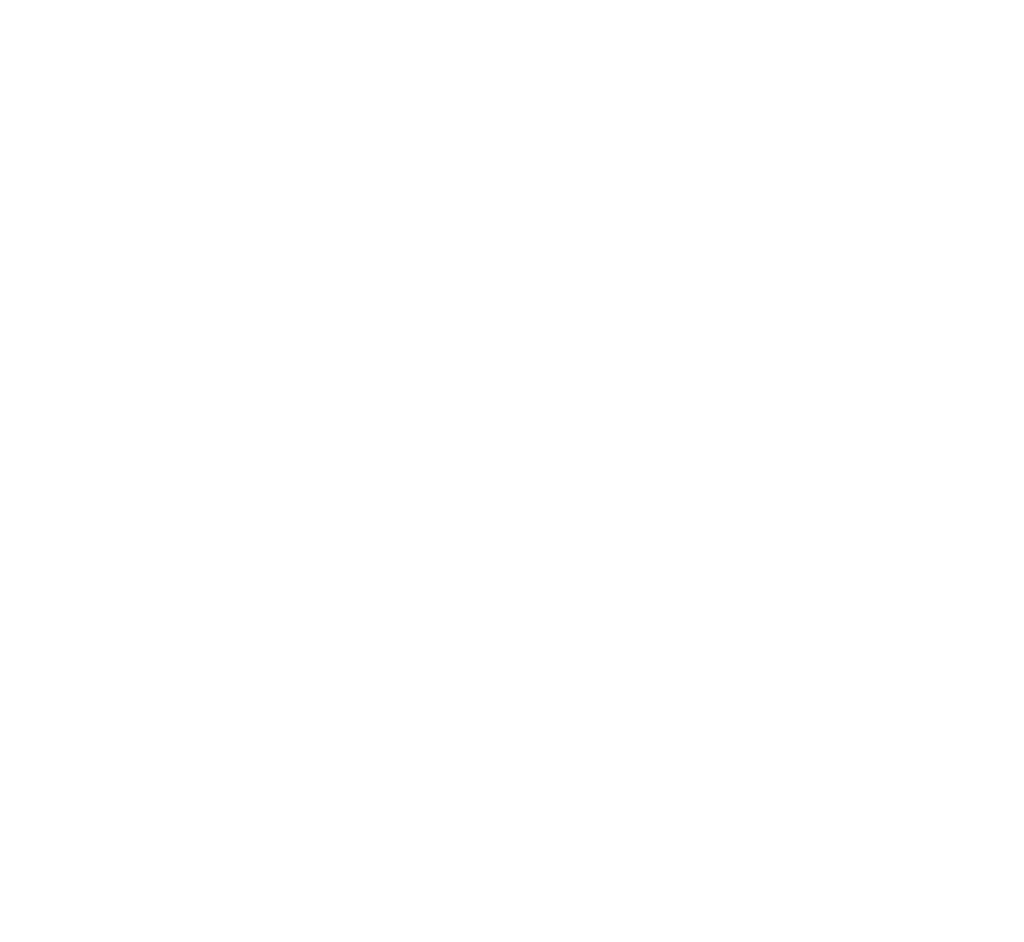
<source format=gbr>
G04 Gerber PCB Fabrication Data in Gerber  Example 2, created by Karel Tavernier, Filip Vermeire and Thomas Weyn*
G04 Ucamco copyright*
%TF.GenerationSoftware,Ucamco,UcamX,1.1.0-1400509*%
%TF.CreationDate,2014-07-14T00:00;00+01:00*%
%FSLAX25Y25*%
%MOMM*%
%TF.FileFunction,Copper,L3,Inr,Plane*%
%TF.FilePolarity,Positive*%
%TF.Part,Single*%
%TF.SameCoordinates*%
%TA.AperFunction,NonConductor*%
%ADD10C,0.20000*%
%TA.AperFunction,AntiPad*%
%ADD11C,0.90000*%
%ADD12C,1.80000*%
%ADD13C,2.50000*%
%ADD14C,3.20000*%
%ADD15C,7.00000*%
%TA.AperFunction,ThermalReliefPad*%
%AMTHERS4*1,1-$6,$1,0,0*1,$6,$2,0,0*21,$6,$1,$3,0,0,$4+$5*21,$6,$3,$1,0,0,$4+$5*%
%ADD16THERS4,1X0.60000X0.20000X45.00X0.00X0*%
%TA.AperFunction,Conductor*%
%ADD17C,0*%
G01*
%LPD*%
D17*
G36*
X9240000Y2290000D02*
Y4080000D01*
X9005000D01*
Y2290000D01*
X50000D01*
Y8700000D01*
X9450000D01*
Y50000D01*
X50000D01*
Y2290000D01*
X9005000D01*
X9240000D01*
G37*
D10*
X9038000Y2336080D02*
X9165000D01*
Y2400420D01*
X9139600Y2462370D02*
X9154420Y2472010D01*
X9162880Y2484880D01*
X9165000Y2499360D01*
X9162880Y2512230D01*
X9152300Y2525090D01*
X9139600Y2533130D01*
X9126900Y2534740D01*
X9112090Y2531530D01*
X9101500Y2520270D01*
X9097270Y2509010D01*
Y2494530D01*
X9097270Y2509010D02*
X9090920Y2518660D01*
X9080340Y2526700D01*
X9067630Y2529920D01*
X9054930Y2526700D01*
X9044350Y2518660D01*
X9038000Y2504180D01*
X9040120Y2489710D01*
X9048580Y2475230D01*
%LPC*%
D11*
X509700Y1647900D03*
Y1877900D03*
X574700Y2252400D03*
X669700Y2452900D03*
X510200Y2443650D03*
X507920Y2445890D03*
X509700Y2622900D03*
Y2802900D03*
Y3027900D03*
Y3212900D03*
X564700Y3482900D03*
X510200Y3396150D03*
Y3586650D03*
Y3777150D03*
Y3967650D03*
X504700Y4107900D03*
X605700Y5007900D03*
X609700Y5167900D03*
Y5302900D03*
X654700Y5591900D03*
X637750Y5729000D03*
X674700Y7187900D03*
X639700Y7037900D03*
X700700Y1557900D03*
X797720Y1893930D03*
X709700Y1747900D03*
X700700Y1966900D03*
Y2156900D03*
X903790Y2119030D03*
X699700Y2347900D03*
X779700Y2452900D03*
X874100Y2442190D03*
X878120Y2838420D03*
X894700Y3260000D03*
X844700Y4347900D03*
X834700Y4827900D03*
X684700Y4767900D03*
X834700Y5032900D03*
X679700Y4897900D03*
X863250Y5616450D03*
X850000Y7197900D03*
X814700Y7587900D03*
X1134700Y987900D03*
X1145200Y1222400D03*
X1169700Y1772900D03*
X1194700Y1867900D03*
X1154700Y2772900D03*
X1164700Y2892900D03*
Y3177900D03*
X1139700Y3349900D03*
X1164700Y3777900D03*
X964700Y3657900D03*
X1059700Y4032900D03*
X992930Y4122900D03*
X1054700Y4207900D03*
X1194700Y4412900D03*
X969700Y4347900D03*
X1049700Y4492900D03*
X1134700Y5027900D03*
X1034700Y5227900D03*
X1132430Y5230170D03*
Y5330170D03*
X1029700Y5127900D03*
X1034700Y5637900D03*
X1134700D03*
Y5527900D03*
Y5427900D03*
X979700Y6672900D03*
X1164700D03*
X1159700Y7082900D03*
X1350950Y706650D03*
X1244900Y660000D03*
X1349700Y1902900D03*
X1464700Y1767900D03*
X1459700Y2542900D03*
X1374700Y3152900D03*
X1342190Y3022900D03*
X1229700Y3414930D03*
X1399700Y3447900D03*
X1394700Y3692900D03*
X1294700Y4032900D03*
X1324700Y4832900D03*
X1334700Y5327900D03*
Y5227900D03*
X1234700Y5527900D03*
X1334700D03*
X1272200Y5857900D03*
X1449700Y6387900D03*
Y6492900D03*
X1414700Y6697900D03*
X1279810Y6621950D03*
X1361650Y7510950D03*
X1314700Y7822900D03*
X1684950Y430050D03*
X1494450Y938150D03*
X1649700Y932900D03*
X1584700Y1762900D03*
X1479700Y2072900D03*
X1704700Y2062900D03*
X1584700Y2092900D03*
X1574700Y1922900D03*
X1489700Y2422900D03*
X1703130Y2515080D03*
X1629700Y2557900D03*
X1679700Y2812900D03*
X1659700Y3037900D03*
X1504700Y3307900D03*
X1484700Y3682900D03*
X1494700Y4352900D03*
X1504700Y5012900D03*
X1629700Y4877900D03*
X1644700Y5242900D03*
X1531290Y5124470D03*
X1534860Y5328080D03*
X1584700Y5562900D03*
X1699700Y5487900D03*
X1557950Y6611150D03*
X1716700Y6770900D03*
X1484700Y6967900D03*
X1579700Y7332900D03*
X1557950Y7987900D03*
X1675000Y7887900D03*
X1694700Y8082900D03*
X1714700Y8232900D03*
X1557950Y8332900D03*
X1804700Y1517900D03*
X1845110Y1851550D03*
X1754700Y1847900D03*
X1936850Y1818520D03*
X1904700Y2072900D03*
X1804700Y2067900D03*
X1864700Y1957900D03*
X1959700Y2327900D03*
X1789700Y2207900D03*
X1964700Y2227900D03*
X1779700Y2665400D03*
X1977130Y2462900D03*
X1849700Y3242900D03*
X1764700Y3472900D03*
X1769700Y3352900D03*
X1874700Y3350400D03*
X1989700Y3617900D03*
X1789700Y3767900D03*
X1809700Y3672900D03*
X1958350Y3958860D03*
X1784700Y4172900D03*
X1974700D03*
X1964700Y4407900D03*
X1779700Y4697900D03*
X1834700Y4792900D03*
X1989700Y5257900D03*
Y5157900D03*
X1869700Y5397900D03*
X1751360Y5669560D03*
X1849700Y5987900D03*
X1869700Y6192900D03*
X1974700Y6317900D03*
X1799700Y6670200D03*
X1989700Y6772900D03*
X1919700Y7517900D03*
X1907200Y7301400D03*
X1930700Y7927900D03*
X1814700Y8217900D03*
X2050000Y685000D03*
Y1135000D03*
X2200200Y1618400D03*
X2024700Y2107900D03*
X2274700Y2027900D03*
X2114700Y2207900D03*
X2219700D03*
X2199700Y2422900D03*
X2110800Y2541800D03*
X2089700Y2702900D03*
X2134700Y2942900D03*
X2163740Y2804000D03*
X2014700Y2792900D03*
X2129700Y3052900D03*
X2244700Y3412900D03*
X2209700Y3717900D03*
X2214700Y3622900D03*
X2154700Y4237900D03*
X2158500Y4081700D03*
X2239700Y4507900D03*
X2064700Y4812900D03*
X2131390Y4713900D03*
X2257500Y4715700D03*
X2244700Y4607900D03*
X2164700Y5057900D03*
X2179700Y4907900D03*
X2109700Y4987900D03*
X2144700Y5387900D03*
X2114700Y5157900D03*
X2109700Y5602900D03*
X2199700Y6917900D03*
X2204210Y7029280D03*
X2192950Y7491900D03*
X2097700Y7301400D03*
X2139700Y7927900D03*
X2030770Y7986550D03*
X2034200Y8337900D03*
X2519700Y1127900D03*
X2404700Y1332900D03*
X2359700Y1912900D03*
X2434700Y1822900D03*
X2529700Y2317900D03*
X2429700Y2577900D03*
X2439700Y2467900D03*
X2319930Y2578400D03*
X2439640Y2740000D03*
X2448600Y2931800D03*
X2539700Y2962900D03*
X2287200Y3165400D03*
X2489700Y3047900D03*
X2529700Y3352900D03*
X2499700Y3462900D03*
X2444700Y3672900D03*
X2314700Y3722900D03*
X2415200Y3967650D03*
X2489700Y3892900D03*
X2419700Y4087900D03*
X2397700Y4765200D03*
X2524700D03*
X2284700Y4902900D03*
X2394700D03*
X2524700Y5019200D03*
X2389700Y5257900D03*
X2524700Y5142900D03*
X2397700Y5146200D03*
Y5654200D03*
X2524700Y5781200D03*
X2397700D03*
X2460000Y5970000D03*
Y6225000D03*
X2335000D03*
X2524700Y6670200D03*
X2397700D03*
X2524700Y6543200D03*
X2399700Y6797900D03*
X2319700Y6882900D03*
X2524700Y6797200D03*
X2364700Y7012900D03*
X2351700Y7190900D03*
X2288200Y7301400D03*
X2284700Y7927900D03*
X2515900Y8081700D03*
X2324700Y8072900D03*
X2699700Y767900D03*
X2614700Y867900D03*
X2764700Y862900D03*
X2802700Y1724900D03*
X2799700Y2119400D03*
X2689700Y2157900D03*
Y2052900D03*
X2704700Y1942900D03*
X2714700Y2357900D03*
X2809700Y2522900D03*
X2674700Y2832900D03*
X2704700Y2963900D03*
X2702700Y3479900D03*
X2793400Y3976310D03*
X2605700Y3967650D03*
X2794700Y4147900D03*
X2778700Y5019200D03*
Y4892200D03*
X2649700Y5273200D03*
X2779700Y5147900D03*
X2651700Y5527200D03*
X2779700Y5527900D03*
X2649700Y5652900D03*
X2779700D03*
Y5402900D03*
X2778700Y5908200D03*
X2586630Y5973370D03*
X2778700Y6162200D03*
Y6289200D03*
X2651700Y6670200D03*
Y6543200D03*
X2778700Y6670200D03*
X2656970Y6943510D03*
X2778700Y6797200D03*
X2651700D03*
X2589700Y7422900D03*
X2724700Y7577900D03*
X2891450Y531150D03*
X2859700Y757900D03*
X3059700Y837900D03*
X2924700Y857900D03*
X3019700Y1277900D03*
X2989700Y1617900D03*
X3074700Y1622900D03*
X2879700Y1497900D03*
X2915000Y1770000D03*
X3019700Y2102900D03*
X2824700Y2352900D03*
X3074700Y2327900D03*
X2965860Y2226740D03*
X2814700Y2894900D03*
Y2757900D03*
Y3197900D03*
Y3349900D03*
X3029700Y3350400D03*
X3014700Y3687900D03*
X2852750Y3624000D03*
X2859700Y3882900D03*
X3024700Y4292900D03*
X2905700Y4511200D03*
Y4638200D03*
X2934700Y5022900D03*
X3019700Y4957900D03*
X2934700Y4872900D03*
X3004700Y5844700D03*
X2879700Y5777200D03*
X2894760Y6405410D03*
X3032700Y6416200D03*
Y6670200D03*
X2824700Y6942900D03*
X2984700D03*
X2904700Y6797900D03*
X2827950Y7202900D03*
X3075000Y7797600D03*
X2869700Y8277900D03*
X3054700D03*
X3081950Y527900D03*
X3119700Y737900D03*
X3214700Y1332900D03*
X3249700Y1772900D03*
X3169450Y2139900D03*
X3269700Y2287900D03*
X3184700Y2447900D03*
X3289700Y2450480D03*
X3179700Y2642900D03*
Y2837900D03*
X3249700Y2942900D03*
X3114700Y3147900D03*
X3219700Y3047900D03*
X3110000Y3490000D03*
X3084700Y3777900D03*
X3334700Y3595000D03*
X3126400Y3974600D03*
X3284700Y3807900D03*
X3161400Y4532900D03*
X3284700Y4512900D03*
X3159700Y4384200D03*
X3160080Y4762710D03*
X3114700Y4890000D03*
X3259700Y5132900D03*
X3171890Y5997900D03*
X3234700Y6072900D03*
X3214700Y6217900D03*
X3274700Y6297900D03*
X3159700Y6672900D03*
Y6543200D03*
X3286700D03*
X3159700Y6797200D03*
Y7232900D03*
X3324700Y7357900D03*
X3124700Y7687900D03*
X3225000Y7692900D03*
X3144700Y7577900D03*
X3125000Y7947900D03*
X3229700Y7927900D03*
X3139700Y8042900D03*
X3234700Y8277900D03*
X3359700Y1292900D03*
X3354700Y1622900D03*
X3394690Y1429900D03*
X3554700Y1395400D03*
X3558350Y1624900D03*
X3449700Y2122900D03*
X3394700Y2642900D03*
X3579700Y2542900D03*
Y3242900D03*
Y3142900D03*
X3479700Y3242900D03*
Y3142900D03*
X3579700Y3342900D03*
X3479700D03*
X3355000Y3325000D03*
X3494700Y3967650D03*
X3579700Y4242900D03*
X3404700Y4247900D03*
X3539700Y4767900D03*
X3409700Y4762900D03*
X3539700Y6417900D03*
X3414700D03*
Y6667900D03*
X3413700Y6543200D03*
X3439700Y6942900D03*
X3540700Y6797200D03*
X3604700Y7202900D03*
X3514700Y7892900D03*
X3599700Y8277900D03*
X3414700D03*
X3646800Y545000D03*
X3864700Y1202900D03*
X3749950Y1618150D03*
X3759700Y1873150D03*
X3671690Y2440040D03*
X3779700Y2342900D03*
Y2442900D03*
Y2642900D03*
Y2542900D03*
X3679700D03*
X3874860Y2642720D03*
X3679700Y2942900D03*
X3879700D03*
Y3242900D03*
X3779700D03*
X3679700Y3142900D03*
X3779700D03*
Y3437900D03*
X3879700Y3442900D03*
X3679700Y3342900D03*
X3649700Y3707900D03*
X3854700Y3712900D03*
X3645000Y3555000D03*
X3779700Y3542900D03*
X3749700Y3702900D03*
X3854700Y3617900D03*
X3685200Y3967650D03*
X3875700D03*
X3774700Y4242900D03*
X3794700Y4877900D03*
X3667700Y6415900D03*
X3794700Y6417900D03*
X3667700Y6543200D03*
X3794700Y6670200D03*
X3614700Y6947900D03*
X3789700D03*
X3684700Y7442900D03*
X3774700Y7472900D03*
X3853500Y8189100D03*
X3779700Y8277900D03*
X4129700Y1192700D03*
X4104700Y1597900D03*
X3964700Y2107900D03*
X3949700Y1922900D03*
X4069700Y2237900D03*
X4074860Y2342720D03*
X3939700Y2237900D03*
X3979700Y2442900D03*
X4079700D03*
X3979700Y2542900D03*
Y3042900D03*
X4066200Y3967650D03*
X3907450Y4237900D03*
X4079700Y4232900D03*
X4049700Y4387900D03*
X3922640Y4509350D03*
X3919700Y4637900D03*
X3924700Y4763900D03*
X3899700Y4997900D03*
X3989700Y5002900D03*
X4114700Y4872900D03*
X3959700D03*
X3999700Y5202900D03*
X3919700Y6417900D03*
X3921700Y6543200D03*
Y6670200D03*
Y6800900D03*
X3934700Y7087900D03*
X3949700Y7357900D03*
X4139700Y8277900D03*
X3959700D03*
X4370550Y703750D03*
X4269700Y1192900D03*
X4349700Y1627900D03*
X4409700Y1697900D03*
X4404700Y1882900D03*
X4379700Y2142900D03*
Y2442900D03*
Y2342900D03*
X4179700Y2242900D03*
X4274700Y2237900D03*
X4179700Y2542900D03*
X4379700Y2642900D03*
X4279700Y2542900D03*
Y2842900D03*
X4379700D03*
Y2942900D03*
Y3142900D03*
Y3242900D03*
X4279700Y3042900D03*
X4379700Y3342900D03*
X4383700Y3706900D03*
X4256700Y3967650D03*
X4244700Y4237900D03*
X4383700Y4238900D03*
X4298700Y4507900D03*
X4169700Y4511200D03*
X4175700Y4638200D03*
X4174700Y6417900D03*
X4304950Y6544700D03*
Y6671700D03*
X4177950Y6544700D03*
X4319950Y6793900D03*
X4199700Y7172900D03*
X4259700Y7337900D03*
X4434700Y1192900D03*
X4554700Y1633400D03*
X4539700Y1882900D03*
X4479700Y1747900D03*
X4596700Y1772900D03*
X4674700Y1882900D03*
X4479700Y2142900D03*
X4679700Y2242900D03*
X4479700Y2342900D03*
X4571870Y2345610D03*
X4579700Y2239070D03*
X4479700Y2542900D03*
Y2642900D03*
X4579700Y2542900D03*
Y2642900D03*
X4679700D03*
X4579700Y2942900D03*
X4679700D03*
Y2842900D03*
X4479700Y2942900D03*
X4579700Y2742900D03*
Y2842900D03*
X4479700Y2742900D03*
X4679700D03*
X4479700Y2842900D03*
Y3042900D03*
X4579700D03*
X4679700Y3142900D03*
X4479700D03*
X4679700Y3042900D03*
X4479700Y3242900D03*
X4579700Y3342900D03*
X4679700Y3442900D03*
X4579700D03*
X4479700Y3342900D03*
Y3442900D03*
Y3542900D03*
X4579700Y3630000D03*
X4679700Y3542900D03*
X4542450Y3987550D03*
X4439700Y3967900D03*
X4542450Y4235150D03*
X4429700Y4638200D03*
X4556700D03*
X4551600Y4770100D03*
Y4897100D03*
Y5024100D03*
X4424600D03*
X4429700Y4892900D03*
X4551600Y5151100D03*
Y5278100D03*
X4424600D03*
Y5151100D03*
X4551600Y5405100D03*
Y5532100D03*
X4424600D03*
Y5405100D03*
X4551600Y5659100D03*
X4429700Y5781000D03*
X4556700D03*
Y5908000D03*
X4424600Y5659100D03*
X4429700Y5908000D03*
X4556700Y6035000D03*
X4429700D03*
X4556700Y6162000D03*
X4429700D03*
X4556700Y6289000D03*
Y6416000D03*
X4429700D03*
Y6289000D03*
Y6670000D03*
Y6543000D03*
X4556700D03*
X4461950Y6793900D03*
X4799700Y1012900D03*
X4904700Y1007900D03*
X4734450Y1618150D03*
X4924450D03*
X4739700Y1732900D03*
X4834700Y1737900D03*
X4924450Y1872900D03*
X4759700Y2097900D03*
X4879700Y2142900D03*
X4794700Y2202900D03*
X4694700Y2347900D03*
X4774700Y2442900D03*
X4779700Y2942900D03*
Y3042900D03*
X4795790Y3229310D03*
X4879700Y3142900D03*
Y3242900D03*
Y3442900D03*
X4764990Y3359180D03*
X4779700Y3442900D03*
Y3620000D03*
X4828200Y3967650D03*
X4699700Y4082900D03*
X4869700Y4092900D03*
X4810700Y4384200D03*
X4809700Y4642900D03*
X4931950Y5973900D03*
X4791950Y6813900D03*
X4936950Y6953900D03*
Y7058900D03*
X4800900Y8174100D03*
X4874700Y8292900D03*
X5082200Y840400D03*
Y1025400D03*
X5084700Y1618150D03*
X5193700Y1903900D03*
X4974700Y2247900D03*
X5194700Y2292900D03*
X5042410Y2392160D03*
X4979700Y2502900D03*
X5034700Y2597900D03*
X4965000Y2835000D03*
X5190000Y2931650D03*
X5114700Y3022900D03*
X5034700Y3092900D03*
Y3242900D03*
X5114700Y3717900D03*
X5189700Y4082900D03*
X5029700D03*
X5058700Y4446900D03*
X5196950Y6138900D03*
X5046950Y6108900D03*
X5206950Y6301960D03*
X5201950Y6423900D03*
X5131950Y6373900D03*
X5036950Y6220930D03*
X5091950Y6298900D03*
X5160810Y6498290D03*
X5091950Y6558900D03*
X5017530Y6649180D03*
X5041950Y6730600D03*
X4971950Y6785600D03*
X5006950Y6893900D03*
X5011950Y7008900D03*
X4955200Y7428400D03*
X5114700Y7907900D03*
X5144700Y8262900D03*
X5431450Y674650D03*
X5272700Y675900D03*
X5249700Y842900D03*
X5431450Y839650D03*
X5249700Y1032900D03*
X5304700Y1822900D03*
X5393350Y1676550D03*
X5429700Y2712900D03*
X5299700Y2562900D03*
X5304700Y2707900D03*
X5309700Y3342900D03*
X5450000Y3470000D03*
X5261950Y5213900D03*
X5266950Y5771750D03*
X5321950Y6023900D03*
X5246950Y5943900D03*
X5344700Y6147900D03*
X5471950Y6763900D03*
X5476950Y6943900D03*
X5348150Y7159450D03*
X5347900Y8262900D03*
X5449500D03*
X5246300D03*
X5590200Y687400D03*
X5555000Y1007600D03*
X5669700Y1007900D03*
X5559700Y1872900D03*
X5634700Y1827900D03*
X5538200Y2221400D03*
X5519700Y2432900D03*
X5554700Y2577900D03*
X5594700Y2722900D03*
X5536950Y6653900D03*
X5671950Y6518900D03*
X5636950Y6623900D03*
X5626950Y6758900D03*
X5646950Y6903900D03*
X5537800Y7003900D03*
X5551100Y8262900D03*
X5652700D03*
X5829700Y512900D03*
X5748950Y677150D03*
X5907700Y674900D03*
X5754700Y837900D03*
X5809700Y2102900D03*
X5891550Y2352840D03*
X5994700Y2287900D03*
X5989700Y2512900D03*
X6009700Y2722900D03*
X5879700Y3337900D03*
X5786950Y6428900D03*
X5749700Y7402900D03*
X6066450Y686150D03*
X6074700Y842900D03*
X6225200Y687400D03*
X6229400Y848200D03*
X6129700Y1547900D03*
X6259700Y2587900D03*
X6244700Y2457900D03*
X6274700Y3132900D03*
X6016800Y3220000D03*
X6134700Y3312900D03*
X6220000Y3545000D03*
X6264700Y3797900D03*
X6258450Y4298900D03*
X6261950Y4183900D03*
X6226950Y4523900D03*
X6221780Y4377430D03*
X6266950Y4613900D03*
X6141950Y4763900D03*
X6189090Y5071040D03*
X6241950Y6013900D03*
X6251950Y6111200D03*
X6242010Y6304280D03*
X6230760Y6193520D03*
X6236950Y6446280D03*
X6193020Y6547520D03*
X6116950Y6908800D03*
X6236950Y6843900D03*
X6198600Y6965950D03*
X6021300Y7320000D03*
X6044700Y8187900D03*
X6383950Y687150D03*
X6379700Y847900D03*
X6542700Y680900D03*
X6354700Y1007900D03*
X6412200Y1665400D03*
X6319700Y1982900D03*
X6544700Y2157900D03*
X6319700Y2707900D03*
X6339700Y2517900D03*
X6504690Y2907890D03*
X6544700Y3107900D03*
X6486950Y4573900D03*
X6496350Y4364280D03*
X6461950Y4834900D03*
X6396950Y4748350D03*
X6326950Y4978900D03*
X6476950Y5013900D03*
X6346950Y5358900D03*
X6463340Y5258900D03*
X6331950Y5225200D03*
X6456950Y5133900D03*
X6541950Y5122670D03*
X6376010Y5894360D03*
X6492050Y6004780D03*
X6501950Y6113310D03*
X6356950Y6350900D03*
X6461950Y6593900D03*
X6291950Y6528900D03*
X6316950Y6735200D03*
X6476950Y7033800D03*
X6701450Y679650D03*
X6599700Y1027900D03*
X6764700Y1037900D03*
X6694700Y1342900D03*
X6804700Y2177900D03*
Y2082400D03*
X6659700Y2517900D03*
X6754700Y2587900D03*
X6605660Y2631550D03*
X6745900Y2726700D03*
X6734700Y3152900D03*
X6564700Y3432900D03*
X6689700Y3412900D03*
X6584700Y3342900D03*
X6710000Y3697600D03*
X6769700Y3627900D03*
X6630000Y3647900D03*
X6568190Y4318840D03*
X6666950Y4243900D03*
X6546950Y4168900D03*
X6556950Y4423900D03*
Y4798900D03*
X6562150Y4701120D03*
X6623810Y4931610D03*
X6612720Y5021890D03*
X6806950Y5153900D03*
X6766950Y5268900D03*
X6591950Y5378900D03*
X6565000Y5892350D03*
X6741950Y6208900D03*
X6581950Y6193900D03*
X6656790Y6298590D03*
X6731950Y6398980D03*
X6571950Y6303900D03*
X6641950Y6461400D03*
X6546950Y6593900D03*
X6721950Y6633900D03*
X6701950Y6788900D03*
X6554200Y6813550D03*
X6571950Y7053900D03*
X6694700Y8262900D03*
X6809700Y8097900D03*
X7018950Y838650D03*
X6862200Y845400D03*
X6964700Y677900D03*
X6860200Y687400D03*
X7079700Y1037900D03*
X6830000Y1808200D03*
X6884700Y1667900D03*
X6939700Y2127900D03*
X7034700Y2082900D03*
X6929700Y2427900D03*
X6814700Y2282900D03*
X6933500Y2584100D03*
X6928500Y2884100D03*
X6933500Y3031700D03*
X6930900Y3184100D03*
X6829700Y3402900D03*
X6921950Y4528900D03*
X6874800Y4325200D03*
X6864600Y4820830D03*
X7051950Y4813900D03*
X6866790Y4709080D03*
X6878840Y4930910D03*
X6890770Y5039700D03*
X7066950Y4928900D03*
X7026950Y5128900D03*
X6956950Y5325200D03*
X7064900Y5517700D03*
X6996950Y5763900D03*
X6871950Y5983900D03*
X6866950Y6093900D03*
X7046950Y5993900D03*
X7052350Y6293900D03*
X6884390Y6203790D03*
X6886950Y6604000D03*
X6986690Y6605270D03*
X6946950Y6818900D03*
X6981950Y7053900D03*
X6919700Y8097900D03*
X7302500Y684700D03*
X7114000Y2147320D03*
X7110000Y3403200D03*
X7284700Y3637900D03*
X7119700Y3842900D03*
X7271950Y4298900D03*
X7081950Y4523900D03*
X7167100Y4721700D03*
X7181950Y5025200D03*
X7081950Y5225200D03*
X7191950Y5998900D03*
X7217180Y6109320D03*
X7166950Y6407950D03*
X7161950Y6207950D03*
X7116950Y6688900D03*
X7141950Y6913900D03*
X7129700Y7562900D03*
X7154700Y8252900D03*
X7256300D03*
X7435800Y976800D03*
X7414700Y3662900D03*
X7577750Y3727900D03*
X7535000Y4255000D03*
X7425000Y4525000D03*
X7471950Y4963900D03*
X7540000Y6210000D03*
X7561100Y8252900D03*
X7459500D03*
X7357900D03*
X7794700Y1822900D03*
X7642600Y2185000D03*
X7644910Y2078960D03*
X7812600Y2380000D03*
X7649700Y2300000D03*
X7812600Y2700000D03*
X7752600Y2620000D03*
X7807600Y2540000D03*
X7747600Y2460000D03*
X7751800Y2780000D03*
X7762600Y3180000D03*
X7807600Y3100000D03*
X7739700Y3497900D03*
X7619700Y3582900D03*
X7670000Y4180000D03*
X7670610Y4395490D03*
X7880000Y4410000D03*
X7670650Y4625200D03*
X7685060Y4847350D03*
X7776950Y4723900D03*
X7721850Y5025350D03*
X7868650Y5022850D03*
Y5334000D03*
X7869400Y5217030D03*
X7701950Y5173900D03*
X7849700Y5517700D03*
X7781950Y5878900D03*
X7764100Y6080670D03*
X7701950Y6438900D03*
X7781950Y6323900D03*
X7709900Y6642100D03*
X7773400Y7061200D03*
X7865900Y8252900D03*
X7764300D03*
X7662700D03*
X7954700Y1907900D03*
X7987600Y2020000D03*
X7891800Y2100000D03*
X8104700Y2185000D03*
X7891800Y2260000D03*
X8084700Y2342100D03*
X8104700Y2502100D03*
X7891800Y2580000D03*
Y2740000D03*
X8092600Y2820000D03*
X7891800Y2900000D03*
X8094700Y2982100D03*
X7891800Y3060000D03*
X8099700Y3142100D03*
X7891800Y3220000D03*
X7929700Y3577900D03*
X8085000Y4302990D03*
X7970000Y4210000D03*
X8101950Y4538000D03*
X8024220Y4439300D03*
X7936950Y4823900D03*
X7926950Y4638900D03*
X8066950Y4743900D03*
X7953650Y5023960D03*
X8091950Y5019200D03*
X8101950Y5125200D03*
X7954350Y5219970D03*
X7956000Y5330000D03*
X7951950Y5863900D03*
X8086950Y6053900D03*
X7931950Y6428900D03*
X8095000Y6210000D03*
X7941950Y6203900D03*
X8096950Y6305550D03*
X7981950Y6353900D03*
X7986950Y6614600D03*
X8111950Y6618900D03*
Y6763900D03*
X7946950Y6828900D03*
Y7013900D03*
X8114700Y7687900D03*
X8164700Y1948350D03*
X8279700Y2302900D03*
X8261950Y4525200D03*
X8151950Y4418900D03*
X8349950Y4525200D03*
Y4325200D03*
X8266950Y4823900D03*
X8361950Y4832350D03*
X8155200Y4638900D03*
X8268400Y4708230D03*
X8151950Y4925200D03*
X8271950Y5010060D03*
X8266950Y5233900D03*
X8221950Y5417900D03*
X8266640Y6107450D03*
X8351950Y5993900D03*
X8271950Y6223900D03*
X8268700Y6705600D03*
X8357900Y6707950D03*
X8267900Y6807950D03*
X8356000Y6907950D03*
X8174700Y7212900D03*
X8356950Y7003900D03*
X8559700Y1072900D03*
X8592700Y2665900D03*
X8589700Y2507900D03*
X8595200Y2983400D03*
X8594700Y2824650D03*
X8424700Y2762900D03*
X8595450Y3142150D03*
X8604700Y3812900D03*
X8471210Y4701230D03*
X8621950Y6007100D03*
X8591950Y6108700D03*
X8433800Y6407150D03*
X8591950Y6305550D03*
X8927700Y1395900D03*
X8932950Y2189650D03*
X8941700Y2665900D03*
X8779700Y4887900D03*
X8769700Y6287900D03*
X8744700Y7877900D03*
X8948950Y3142150D03*
X9124700Y4478840D03*
X9141000Y4775200D03*
X9000300Y5295100D03*
X9005100Y5975000D03*
X9131000Y6527800D03*
X9005300Y7061200D03*
D12*
X900000Y3510000D03*
D13*
Y1490000D03*
D14*
X400000Y7250000D03*
X4300000Y400000D03*
X9100000Y7250000D03*
D15*
X500000Y500000D03*
Y8250000D03*
X9000000Y500000D03*
Y8250000D03*
D16*
X509700Y2917900D03*
X529700Y4682900D03*
X849700Y1742900D03*
Y2037900D03*
X834700Y5227900D03*
X934700Y5724000D03*
X869700Y6922900D03*
X954700Y932900D03*
X1131700Y1984900D03*
X1124700Y2112900D03*
Y2244900D03*
X1104700Y3107900D03*
X1329900Y1192700D03*
X1454700Y1962900D03*
X1332700Y2829900D03*
X1219700Y3667900D03*
X1430950Y5861650D03*
X1272200Y5957900D03*
X1713370Y5047140D03*
X1557950Y6872900D03*
X1544700Y7191700D03*
X1625000Y7592900D03*
X1933800Y803900D03*
X1964500Y1192700D03*
X1874700Y1667900D03*
X1814700Y3017900D03*
X1854200Y6412400D03*
X1875450Y7192900D03*
Y8337900D03*
X2077200Y1347900D03*
X2244700Y3522900D03*
X2204700Y5722900D03*
X2419700Y892900D03*
X2539700Y1337900D03*
X2304700Y4167900D03*
X2294700Y5282900D03*
X2399700Y7342900D03*
X2423860Y7918620D03*
X2351700Y8342900D03*
X2554700Y1822900D03*
X2596010Y2578780D03*
X2779700Y4767900D03*
Y6412900D03*
X2796200Y8012900D03*
X3079700Y3042900D03*
X3149700Y3687900D03*
X3304000Y5527200D03*
X3307000Y5400200D03*
X3306000Y5654200D03*
X3314700Y5781200D03*
X3405920Y3859120D03*
X3413700Y5258900D03*
X3540700Y5263900D03*
X3413700Y5896900D03*
X3540700Y5893900D03*
X3612200Y7333150D03*
X3664700Y757900D03*
X3689700Y1207900D03*
X3667700Y5269900D03*
X3794700Y5897900D03*
X3667700Y5895900D03*
X3714700Y7197900D03*
X3979700Y2942900D03*
X4080000Y2842900D03*
X3901000Y5654200D03*
X3902000Y5400200D03*
X3904000Y5527200D03*
X4124700Y7907900D03*
X4304700Y6412900D03*
X4544700Y3762900D03*
X4429700Y4767900D03*
X4769700Y1907900D03*
X4940000Y7635000D03*
X5205000Y548200D03*
X5019700Y487900D03*
X5159700Y1712900D03*
X5191190Y2715740D03*
X5037750Y3445000D03*
X5284700Y3090400D03*
X5264700Y4327900D03*
X5446950Y5343900D03*
X5431950Y5583900D03*
X5446950Y6008900D03*
X5514700Y547900D03*
X5745300Y2627900D03*
X5524700Y7428400D03*
X5959700Y512900D03*
X6004700Y2867900D03*
Y3112900D03*
X5872200Y3110400D03*
X5819700Y3677900D03*
X5754700Y7517900D03*
X5869600Y8237800D03*
X6051950Y5038900D03*
X6016950Y6578900D03*
X6034700Y8087900D03*
X6369700Y507900D03*
X6344700Y1782900D03*
X6474700Y3797900D03*
X6387790Y4316140D03*
X6361950Y4508900D03*
X6366950Y6008900D03*
X6374450Y6208900D03*
X6655000Y513200D03*
X6761950Y4188900D03*
X6776950Y5383900D03*
X6591300Y7321300D03*
X6964700Y1857900D03*
X6959700Y3607900D03*
X7031950Y4623900D03*
X6908540Y5865490D03*
X7039460Y6109240D03*
X6871950Y6413900D03*
X6987200Y7955400D03*
X7321950Y4450200D03*
X7158450Y7396650D03*
X7509700Y3202900D03*
X7561950Y5118900D03*
X7574700Y5517700D03*
X7571950Y6643900D03*
X7719700Y507900D03*
X7670000Y1662900D03*
X7839700Y3840650D03*
X7825000Y4270000D03*
X7760000Y4485000D03*
X7761950Y6208900D03*
X7907950Y966150D03*
X8088950Y1237150D03*
X8136950Y5325200D03*
X8104700Y5517700D03*
X7967880Y6014340D03*
X8029700Y7647900D03*
X8289700Y1692900D03*
Y2140000D03*
X8156750Y2684950D03*
X8259700Y3047900D03*
X8155000Y4210000D03*
X8271950Y5123900D03*
X8360150Y6103240D03*
X8271950Y6408900D03*
X8589700Y3657900D03*
X8604900Y5517700D03*
X8541950Y5923900D03*
X8930300Y3663500D03*
X8802100Y4257900D03*
X8797100Y5285000D03*
X8684700Y6130500D03*
X8776700Y6527800D03*
X8686000Y6908800D03*
X8754700Y7257900D03*
X4274890Y2643050D03*
X4810000Y2760000D03*
X5054700Y2142900D03*
X3379700Y2042900D03*
X4089150Y2714210D03*
X3974700Y2642900D03*
X4189700Y1932900D03*
X6876950Y7048900D03*
X7150000Y4180000D03*
X7121950Y5808900D03*
X8337110Y4419080D03*
X8356950Y4708900D03*
X8268700Y5892800D03*
Y7004050D03*
X8550000Y4225200D03*
X3286700Y6670200D03*
X3540700D03*
X4175000Y2842400D03*
X4179700Y3042900D03*
X4254700Y3857900D03*
X5039700Y3582900D03*
M02*
</source>
